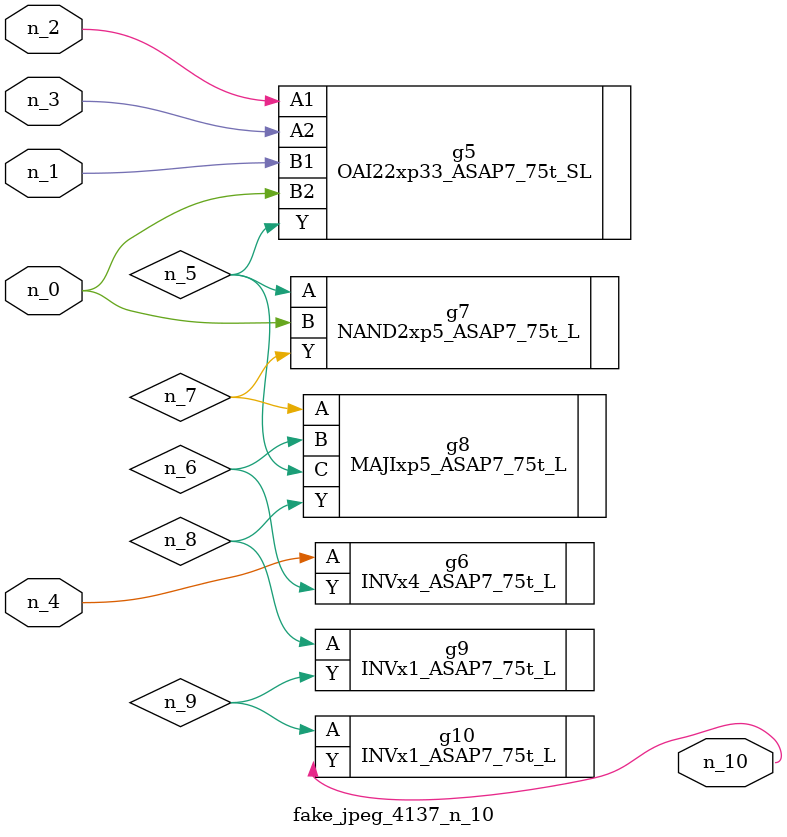
<source format=v>
module fake_jpeg_4137_n_10 (n_3, n_2, n_1, n_0, n_4, n_10);

input n_3;
input n_2;
input n_1;
input n_0;
input n_4;

output n_10;

wire n_8;
wire n_9;
wire n_6;
wire n_5;
wire n_7;

OAI22xp33_ASAP7_75t_SL g5 ( 
.A1(n_2),
.A2(n_3),
.B1(n_1),
.B2(n_0),
.Y(n_5)
);

INVx4_ASAP7_75t_L g6 ( 
.A(n_4),
.Y(n_6)
);

NAND2xp5_ASAP7_75t_L g7 ( 
.A(n_5),
.B(n_0),
.Y(n_7)
);

MAJIxp5_ASAP7_75t_L g8 ( 
.A(n_7),
.B(n_6),
.C(n_5),
.Y(n_8)
);

INVx1_ASAP7_75t_L g9 ( 
.A(n_8),
.Y(n_9)
);

INVx1_ASAP7_75t_L g10 ( 
.A(n_9),
.Y(n_10)
);


endmodule
</source>
